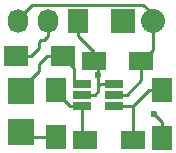
<source format=gtl>
%TF.GenerationSoftware,KiCad,Pcbnew,4.0.4+e1-6308~48~ubuntu16.04.1-stable*%
%TF.CreationDate,2016-10-26T09:32:56-07:00*%
%TF.ProjectId,AT42QT1012-TSHR,415434325154313031322D545348522E,rev?*%
%TF.FileFunction,Copper,L1,Top,Signal*%
%FSLAX46Y46*%
G04 Gerber Fmt 4.6, Leading zero omitted, Abs format (unit mm)*
G04 Created by KiCad (PCBNEW 4.0.4+e1-6308~48~ubuntu16.04.1-stable) date Wed Oct 26 09:32:56 2016*
%MOMM*%
%LPD*%
G01*
G04 APERTURE LIST*
%ADD10C,0.050000*%
%ADD11R,2.000000X1.600000*%
%ADD12R,2.032000X2.032000*%
%ADD13O,2.032000X2.032000*%
%ADD14R,2.235200X2.235200*%
%ADD15R,1.727200X2.032000*%
%ADD16O,1.727200X2.032000*%
%ADD17R,1.700000X2.000000*%
%ADD18R,2.000000X1.700000*%
%ADD19R,1.560000X0.650000*%
%ADD20C,0.600000*%
%ADD21C,0.250000*%
G04 APERTURE END LIST*
D10*
D11*
X150675000Y-104500000D03*
X146675000Y-104500000D03*
X145950000Y-111125000D03*
X149950000Y-111125000D03*
D12*
X149110000Y-101100000D03*
D13*
X151650000Y-101100000D03*
D14*
X140500000Y-110500000D03*
X140500000Y-107000000D03*
D15*
X145300000Y-101100000D03*
D16*
X142760000Y-101100000D03*
X140220000Y-101100000D03*
D17*
X143450000Y-106925000D03*
X143450000Y-110925000D03*
D18*
X144075000Y-104050000D03*
X140075000Y-104050000D03*
D17*
X152450000Y-106950000D03*
X152450000Y-110950000D03*
D19*
X145700000Y-106400000D03*
X145700000Y-107350000D03*
X145700000Y-108300000D03*
X148400000Y-108300000D03*
X148400000Y-106400000D03*
X148400000Y-107350000D03*
D20*
X147050000Y-105675000D03*
X151750000Y-108950000D03*
D21*
X148400000Y-107350000D02*
X149430000Y-107350000D01*
X149430000Y-107350000D02*
X150675000Y-106105000D01*
X150675000Y-106105000D02*
X150675000Y-105550000D01*
X150675000Y-105550000D02*
X150675000Y-104500000D01*
X151650000Y-101100000D02*
X151650000Y-103525000D01*
X151650000Y-103525000D02*
X150675000Y-104500000D01*
X140220000Y-101100000D02*
X140220000Y-100947600D01*
X140220000Y-100947600D02*
X141467600Y-99700000D01*
X141467600Y-99700000D02*
X150850000Y-99700000D01*
X150850000Y-99700000D02*
X151650000Y-100500000D01*
X151650000Y-100500000D02*
X151650000Y-101100000D01*
X145300000Y-101100000D02*
X145300000Y-102366000D01*
X145300000Y-102366000D02*
X146675000Y-103741000D01*
X146675000Y-103741000D02*
X146675000Y-104500000D01*
X147050000Y-105675000D02*
X147050000Y-104875000D01*
X147050000Y-104875000D02*
X146675000Y-104500000D01*
X147050000Y-106625000D02*
X147050000Y-105675000D01*
X145700000Y-107350000D02*
X146730000Y-107350000D01*
X146730000Y-107350000D02*
X147050000Y-107030000D01*
X147050000Y-107030000D02*
X147050000Y-106625000D01*
X147275000Y-106400000D02*
X148400000Y-106400000D01*
X147050000Y-106625000D02*
X147275000Y-106400000D01*
X152450000Y-110950000D02*
X152450000Y-109650000D01*
X152450000Y-109650000D02*
X151750000Y-108950000D01*
X145700000Y-108300000D02*
X145700000Y-110875000D01*
X145700000Y-110875000D02*
X145950000Y-111125000D01*
X145700000Y-108300000D02*
X144670000Y-108300000D01*
X144670000Y-108300000D02*
X143450000Y-107080000D01*
X143450000Y-107080000D02*
X143450000Y-106925000D01*
X150000000Y-108300000D02*
X149950000Y-108350000D01*
X149950000Y-108350000D02*
X149950000Y-111125000D01*
X152450000Y-106950000D02*
X151350000Y-106950000D01*
X151350000Y-106950000D02*
X150000000Y-108300000D01*
X149430000Y-108300000D02*
X148400000Y-108300000D01*
X150000000Y-108300000D02*
X149430000Y-108300000D01*
X143450000Y-110925000D02*
X140925000Y-110925000D01*
X140925000Y-110925000D02*
X140500000Y-110500000D01*
X142050000Y-104700000D02*
X142700000Y-104050000D01*
X142700000Y-104050000D02*
X144075000Y-104050000D01*
X142050000Y-105300000D02*
X142050000Y-104700000D01*
X140500000Y-106850000D02*
X142050000Y-105300000D01*
X140500000Y-107000000D02*
X140500000Y-106850000D01*
X145700000Y-106400000D02*
X145325000Y-106400000D01*
X145325000Y-106400000D02*
X144950000Y-106025000D01*
X144950000Y-106025000D02*
X144950000Y-105050000D01*
X144950000Y-105050000D02*
X144075000Y-104175000D01*
X144075000Y-104175000D02*
X144075000Y-104050000D01*
X142760000Y-101100000D02*
X142760000Y-102366000D01*
X142760000Y-102366000D02*
X142426000Y-102700000D01*
X142426000Y-102700000D02*
X142150000Y-102700000D01*
X142000000Y-103375000D02*
X141325000Y-104050000D01*
X142150000Y-102700000D02*
X142000000Y-102850000D01*
X142000000Y-102850000D02*
X142000000Y-103375000D01*
X141325000Y-104050000D02*
X140075000Y-104050000D01*
M02*

</source>
